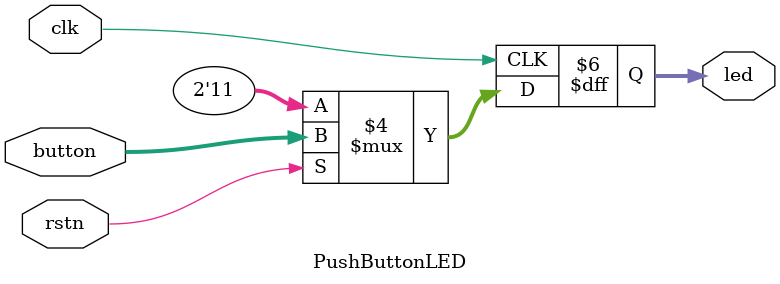
<source format=v>
module PushButtonLED(
    input clk,
    input rstn,
    input [1:0] button,
    output reg [1:0] led
);

// led
always @(posedge clk) begin
    if(~rstn) begin
        led <= 2'b11;
    end else begin
        led <= button;
    end
end

endmodule
</source>
